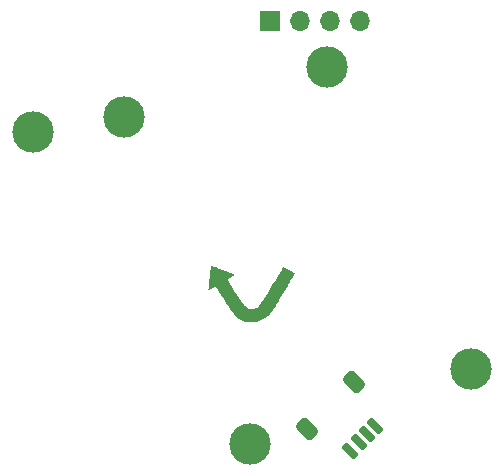
<source format=gbr>
%TF.GenerationSoftware,KiCad,Pcbnew,(6.0.4-0)*%
%TF.CreationDate,2022-11-04T09:41:38+01:00*%
%TF.ProjectId,RoundScanner,526f756e-6453-4636-916e-6e65722e6b69,2*%
%TF.SameCoordinates,Original*%
%TF.FileFunction,Soldermask,Bot*%
%TF.FilePolarity,Negative*%
%FSLAX46Y46*%
G04 Gerber Fmt 4.6, Leading zero omitted, Abs format (unit mm)*
G04 Created by KiCad (PCBNEW (6.0.4-0)) date 2022-11-04 09:41:38*
%MOMM*%
%LPD*%
G01*
G04 APERTURE LIST*
G04 Aperture macros list*
%AMRoundRect*
0 Rectangle with rounded corners*
0 $1 Rounding radius*
0 $2 $3 $4 $5 $6 $7 $8 $9 X,Y pos of 4 corners*
0 Add a 4 corners polygon primitive as box body*
4,1,4,$2,$3,$4,$5,$6,$7,$8,$9,$2,$3,0*
0 Add four circle primitives for the rounded corners*
1,1,$1+$1,$2,$3*
1,1,$1+$1,$4,$5*
1,1,$1+$1,$6,$7*
1,1,$1+$1,$8,$9*
0 Add four rect primitives between the rounded corners*
20,1,$1+$1,$2,$3,$4,$5,0*
20,1,$1+$1,$4,$5,$6,$7,0*
20,1,$1+$1,$6,$7,$8,$9,0*
20,1,$1+$1,$8,$9,$2,$3,0*%
G04 Aperture macros list end*
%ADD10C,3.500000*%
%ADD11R,1.700000X1.700000*%
%ADD12O,1.700000X1.700000*%
%ADD13RoundRect,0.150000X0.335876X-0.548008X0.548008X-0.335876X-0.335876X0.548008X-0.548008X0.335876X0*%
%ADD14RoundRect,0.250000X0.212132X-0.707107X0.707107X-0.212132X-0.212132X0.707107X-0.707107X0.212132X0*%
G04 APERTURE END LIST*
%TO.C,REF\u002A\u002A*%
G36*
X86113799Y-108466450D02*
G01*
X86147465Y-108478338D01*
X86199439Y-108497441D01*
X86267782Y-108523009D01*
X86350555Y-108554290D01*
X86445820Y-108590531D01*
X86551639Y-108630981D01*
X86666072Y-108674888D01*
X86787182Y-108721501D01*
X86913029Y-108770068D01*
X87041676Y-108819837D01*
X87171183Y-108870056D01*
X87299613Y-108919974D01*
X87425027Y-108968838D01*
X87545486Y-109015898D01*
X87659051Y-109060402D01*
X87763785Y-109101597D01*
X87857749Y-109138732D01*
X87939003Y-109171055D01*
X88005611Y-109197815D01*
X88055632Y-109218259D01*
X88087129Y-109231637D01*
X88098163Y-109237196D01*
X88097268Y-109238663D01*
X88081739Y-109250778D01*
X88048869Y-109272951D01*
X88001191Y-109303571D01*
X87941239Y-109341030D01*
X87871547Y-109383715D01*
X87794651Y-109430019D01*
X87769880Y-109444853D01*
X87695049Y-109490168D01*
X87628271Y-109531348D01*
X87572070Y-109566787D01*
X87528969Y-109594879D01*
X87501491Y-109614018D01*
X87492159Y-109622596D01*
X87496994Y-109633081D01*
X87513220Y-109662831D01*
X87539580Y-109709150D01*
X87574783Y-109769880D01*
X87617543Y-109842858D01*
X87666569Y-109925926D01*
X87720574Y-110016921D01*
X87778269Y-110113685D01*
X87838365Y-110214056D01*
X87899573Y-110315874D01*
X87960604Y-110416979D01*
X88020171Y-110515210D01*
X88076984Y-110608407D01*
X88129755Y-110694409D01*
X88177195Y-110771055D01*
X88202433Y-110811493D01*
X88286227Y-110944215D01*
X88369592Y-111074032D01*
X88450834Y-111198416D01*
X88528261Y-111314838D01*
X88600180Y-111420770D01*
X88664897Y-111513685D01*
X88720721Y-111591053D01*
X88765957Y-111650346D01*
X88873427Y-111777696D01*
X88991355Y-111898970D01*
X89106612Y-111997095D01*
X89219809Y-112072351D01*
X89331552Y-112125018D01*
X89442453Y-112155375D01*
X89553118Y-112163704D01*
X89664157Y-112150285D01*
X89776178Y-112115398D01*
X89854274Y-112079146D01*
X89949690Y-112021073D01*
X90044298Y-111947357D01*
X90139616Y-111856526D01*
X90237162Y-111747108D01*
X90338454Y-111617629D01*
X90445010Y-111466617D01*
X90468572Y-111431342D01*
X90515751Y-111359181D01*
X90573475Y-111269471D01*
X90640608Y-111164054D01*
X90716011Y-111044770D01*
X90798547Y-110913461D01*
X90887078Y-110771967D01*
X90980468Y-110622129D01*
X91077578Y-110465787D01*
X91177271Y-110304782D01*
X91278410Y-110140956D01*
X91379857Y-109976149D01*
X91480475Y-109812201D01*
X91579126Y-109650955D01*
X91674673Y-109494249D01*
X91765978Y-109343926D01*
X91851905Y-109201825D01*
X91931314Y-109069789D01*
X92003070Y-108949657D01*
X92066034Y-108843270D01*
X92107509Y-108773294D01*
X92147139Y-108707485D01*
X92181450Y-108651588D01*
X92208761Y-108608311D01*
X92227388Y-108580360D01*
X92235650Y-108570442D01*
X92243420Y-108574082D01*
X92270189Y-108588560D01*
X92313901Y-108612948D01*
X92372434Y-108646039D01*
X92443670Y-108686630D01*
X92525488Y-108733515D01*
X92615768Y-108785490D01*
X92712390Y-108841350D01*
X92722530Y-108847224D01*
X92831547Y-108910450D01*
X92921649Y-108962933D01*
X92994564Y-109005803D01*
X93052017Y-109040189D01*
X93095735Y-109067220D01*
X93127444Y-109088024D01*
X93148870Y-109103731D01*
X93161741Y-109115470D01*
X93167781Y-109124368D01*
X93168718Y-109131557D01*
X93166278Y-109138163D01*
X93151900Y-109164554D01*
X93125562Y-109211841D01*
X93089815Y-109275388D01*
X93046028Y-109352803D01*
X92995568Y-109441693D01*
X92939803Y-109539665D01*
X92880101Y-109644325D01*
X92817829Y-109753282D01*
X92754355Y-109864142D01*
X92691048Y-109974512D01*
X92629274Y-110082000D01*
X92570401Y-110184212D01*
X92515798Y-110278756D01*
X92466832Y-110363239D01*
X92424870Y-110435267D01*
X92403434Y-110471903D01*
X92245554Y-110739731D01*
X92096473Y-110988870D01*
X91954633Y-111221835D01*
X91818474Y-111441141D01*
X91686438Y-111649303D01*
X91556964Y-111848836D01*
X91428493Y-112042255D01*
X91408065Y-112072570D01*
X91323880Y-112195290D01*
X91248225Y-112301280D01*
X91178401Y-112393911D01*
X91111710Y-112476554D01*
X91045454Y-112552582D01*
X90976935Y-112625364D01*
X90903455Y-112698273D01*
X90852403Y-112746095D01*
X90688366Y-112881436D01*
X90517375Y-112994826D01*
X90337561Y-113087135D01*
X90147059Y-113159231D01*
X89944000Y-113211985D01*
X89726519Y-113246264D01*
X89711291Y-113247852D01*
X89633095Y-113253387D01*
X89541739Y-113256600D01*
X89444632Y-113257493D01*
X89349177Y-113256064D01*
X89262783Y-113252315D01*
X89192855Y-113246246D01*
X89148042Y-113240232D01*
X88973364Y-113205455D01*
X88807661Y-113153165D01*
X88649518Y-113082439D01*
X88497517Y-112992356D01*
X88350241Y-112881994D01*
X88206272Y-112750432D01*
X88064193Y-112596746D01*
X87922587Y-112420017D01*
X87868049Y-112345991D01*
X87789429Y-112235354D01*
X87701888Y-112108552D01*
X87607085Y-111968196D01*
X87506681Y-111816896D01*
X87402336Y-111657263D01*
X87295709Y-111491908D01*
X87188461Y-111323442D01*
X87082250Y-111154475D01*
X86978737Y-110987618D01*
X86879582Y-110825483D01*
X86786445Y-110670679D01*
X86700985Y-110525818D01*
X86624862Y-110393510D01*
X86559737Y-110276367D01*
X86558048Y-110273280D01*
X86536478Y-110237010D01*
X86518116Y-110211383D01*
X86506777Y-110201775D01*
X86504277Y-110202615D01*
X86484411Y-110212728D01*
X86447562Y-110233097D01*
X86396365Y-110262215D01*
X86333459Y-110298572D01*
X86261479Y-110340660D01*
X86183063Y-110386970D01*
X86152496Y-110405091D01*
X86077009Y-110449685D01*
X86009468Y-110489365D01*
X85952403Y-110522660D01*
X85908347Y-110548095D01*
X85879831Y-110564197D01*
X85869386Y-110569494D01*
X85870102Y-110559490D01*
X85873120Y-110527248D01*
X85878308Y-110474411D01*
X85885490Y-110402683D01*
X85894494Y-110313769D01*
X85905144Y-110209374D01*
X85917267Y-110091204D01*
X85930688Y-109960962D01*
X85945235Y-109820355D01*
X85960733Y-109671086D01*
X85977007Y-109514861D01*
X85993740Y-109355254D01*
X86013943Y-109164989D01*
X86031986Y-108998127D01*
X86047900Y-108854397D01*
X86061719Y-108733525D01*
X86073473Y-108635241D01*
X86083195Y-108559271D01*
X86090917Y-108505343D01*
X86096670Y-108473185D01*
X86100487Y-108462524D01*
X86113799Y-108466450D01*
G37*
G36*
X86111409Y-108464100D02*
G01*
X86145075Y-108475988D01*
X86197049Y-108495091D01*
X86265392Y-108520659D01*
X86348165Y-108551940D01*
X86443430Y-108588181D01*
X86549249Y-108628631D01*
X86663682Y-108672538D01*
X86784792Y-108719151D01*
X86910639Y-108767718D01*
X87039286Y-108817487D01*
X87168793Y-108867706D01*
X87297223Y-108917624D01*
X87422637Y-108966488D01*
X87543096Y-109013548D01*
X87656661Y-109058052D01*
X87761395Y-109099247D01*
X87855359Y-109136382D01*
X87936613Y-109168705D01*
X88003221Y-109195465D01*
X88053242Y-109215909D01*
X88084739Y-109229287D01*
X88095773Y-109234846D01*
X88094878Y-109236313D01*
X88079349Y-109248428D01*
X88046479Y-109270601D01*
X87998801Y-109301221D01*
X87938849Y-109338680D01*
X87869157Y-109381365D01*
X87792261Y-109427669D01*
X87767490Y-109442503D01*
X87692659Y-109487818D01*
X87625881Y-109528998D01*
X87569680Y-109564437D01*
X87526579Y-109592529D01*
X87499101Y-109611668D01*
X87489769Y-109620246D01*
X87494604Y-109630731D01*
X87510830Y-109660481D01*
X87537190Y-109706800D01*
X87572393Y-109767530D01*
X87615153Y-109840508D01*
X87664179Y-109923576D01*
X87718184Y-110014571D01*
X87775879Y-110111335D01*
X87835975Y-110211706D01*
X87897183Y-110313524D01*
X87958214Y-110414629D01*
X88017781Y-110512860D01*
X88074594Y-110606057D01*
X88127365Y-110692059D01*
X88174805Y-110768705D01*
X88200043Y-110809143D01*
X88283837Y-110941865D01*
X88367202Y-111071682D01*
X88448444Y-111196066D01*
X88525871Y-111312488D01*
X88597790Y-111418420D01*
X88662507Y-111511335D01*
X88718331Y-111588703D01*
X88763567Y-111647996D01*
X88871037Y-111775346D01*
X88988965Y-111896620D01*
X89104222Y-111994745D01*
X89217419Y-112070001D01*
X89329162Y-112122668D01*
X89440063Y-112153025D01*
X89550728Y-112161354D01*
X89661767Y-112147935D01*
X89773788Y-112113048D01*
X89851884Y-112076796D01*
X89947300Y-112018723D01*
X90041908Y-111945007D01*
X90137226Y-111854176D01*
X90234772Y-111744758D01*
X90336064Y-111615279D01*
X90442620Y-111464267D01*
X90466182Y-111428992D01*
X90513361Y-111356831D01*
X90571085Y-111267121D01*
X90638218Y-111161704D01*
X90713621Y-111042420D01*
X90796157Y-110911111D01*
X90884688Y-110769617D01*
X90978078Y-110619779D01*
X91075188Y-110463437D01*
X91174881Y-110302432D01*
X91276020Y-110138606D01*
X91377467Y-109973799D01*
X91478085Y-109809851D01*
X91576736Y-109648605D01*
X91672283Y-109491899D01*
X91763588Y-109341576D01*
X91849515Y-109199475D01*
X91928924Y-109067439D01*
X92000680Y-108947307D01*
X92063644Y-108840920D01*
X92105119Y-108770944D01*
X92144749Y-108705135D01*
X92179060Y-108649238D01*
X92206371Y-108605961D01*
X92224998Y-108578010D01*
X92233260Y-108568092D01*
X92241030Y-108571732D01*
X92267799Y-108586210D01*
X92311511Y-108610598D01*
X92370044Y-108643689D01*
X92441280Y-108684280D01*
X92523098Y-108731165D01*
X92613378Y-108783140D01*
X92710000Y-108839000D01*
X92720140Y-108844874D01*
X92829157Y-108908100D01*
X92919259Y-108960583D01*
X92992174Y-109003453D01*
X93049627Y-109037839D01*
X93093345Y-109064870D01*
X93125054Y-109085674D01*
X93146480Y-109101381D01*
X93159351Y-109113120D01*
X93165391Y-109122018D01*
X93166328Y-109129207D01*
X93163888Y-109135813D01*
X93149510Y-109162204D01*
X93123172Y-109209491D01*
X93087425Y-109273038D01*
X93043638Y-109350453D01*
X92993178Y-109439343D01*
X92937413Y-109537315D01*
X92877711Y-109641975D01*
X92815439Y-109750932D01*
X92751965Y-109861792D01*
X92688658Y-109972162D01*
X92626884Y-110079650D01*
X92568011Y-110181862D01*
X92513408Y-110276406D01*
X92464442Y-110360889D01*
X92422480Y-110432917D01*
X92401044Y-110469553D01*
X92243164Y-110737381D01*
X92094083Y-110986520D01*
X91952243Y-111219485D01*
X91816084Y-111438791D01*
X91684048Y-111646953D01*
X91554574Y-111846486D01*
X91426103Y-112039905D01*
X91405675Y-112070220D01*
X91321490Y-112192940D01*
X91245835Y-112298930D01*
X91176011Y-112391561D01*
X91109320Y-112474204D01*
X91043064Y-112550232D01*
X90974545Y-112623014D01*
X90901065Y-112695923D01*
X90850013Y-112743745D01*
X90685976Y-112879086D01*
X90514985Y-112992476D01*
X90335171Y-113084785D01*
X90144669Y-113156881D01*
X89941610Y-113209635D01*
X89724129Y-113243914D01*
X89708901Y-113245502D01*
X89630705Y-113251037D01*
X89539349Y-113254250D01*
X89442242Y-113255143D01*
X89346787Y-113253714D01*
X89260393Y-113249965D01*
X89190465Y-113243896D01*
X89145652Y-113237882D01*
X88970974Y-113203105D01*
X88805271Y-113150815D01*
X88647128Y-113080089D01*
X88495127Y-112990006D01*
X88347851Y-112879644D01*
X88203882Y-112748082D01*
X88061803Y-112594396D01*
X87920197Y-112417667D01*
X87865659Y-112343641D01*
X87787039Y-112233004D01*
X87699498Y-112106202D01*
X87604695Y-111965846D01*
X87504291Y-111814546D01*
X87399946Y-111654913D01*
X87293319Y-111489558D01*
X87186071Y-111321092D01*
X87079860Y-111152125D01*
X86976347Y-110985268D01*
X86877192Y-110823133D01*
X86784055Y-110668329D01*
X86698595Y-110523468D01*
X86622472Y-110391160D01*
X86557347Y-110274017D01*
X86555658Y-110270930D01*
X86534088Y-110234660D01*
X86515726Y-110209033D01*
X86504387Y-110199425D01*
X86501887Y-110200265D01*
X86482021Y-110210378D01*
X86445172Y-110230747D01*
X86393975Y-110259865D01*
X86331069Y-110296222D01*
X86259089Y-110338310D01*
X86180673Y-110384620D01*
X86150106Y-110402741D01*
X86074619Y-110447335D01*
X86007078Y-110487015D01*
X85950013Y-110520310D01*
X85905957Y-110545745D01*
X85877441Y-110561847D01*
X85866996Y-110567144D01*
X85867712Y-110557140D01*
X85870730Y-110524898D01*
X85875918Y-110472061D01*
X85883100Y-110400333D01*
X85892104Y-110311419D01*
X85902754Y-110207024D01*
X85914877Y-110088854D01*
X85928298Y-109958612D01*
X85942845Y-109818005D01*
X85958343Y-109668736D01*
X85974617Y-109512511D01*
X85991350Y-109352904D01*
X86011553Y-109162639D01*
X86029596Y-108995777D01*
X86045510Y-108852047D01*
X86059329Y-108731175D01*
X86071083Y-108632891D01*
X86080805Y-108556921D01*
X86088527Y-108502993D01*
X86094280Y-108470835D01*
X86098097Y-108460174D01*
X86111409Y-108464100D01*
G37*
%TD*%
D10*
%TO.C,H2*%
X78740000Y-95885000D03*
%TD*%
%TO.C,H1*%
X89408000Y-123571000D03*
%TD*%
%TO.C,H4*%
X95885000Y-91694000D03*
%TD*%
%TO.C,H3*%
X108077000Y-117221000D03*
%TD*%
%TO.C,H5*%
X70993000Y-97155000D03*
%TD*%
D11*
%TO.C,J1*%
X91059000Y-87757000D03*
D12*
X93599000Y-87757000D03*
X96139000Y-87757000D03*
X98679000Y-87757000D03*
%TD*%
D13*
%TO.C,J3*%
X97889553Y-124140874D03*
X98596660Y-123433767D03*
X99303767Y-122726660D03*
X100010874Y-122019553D03*
D14*
X98190074Y-118360276D03*
X94230276Y-122320074D03*
%TD*%
M02*

</source>
